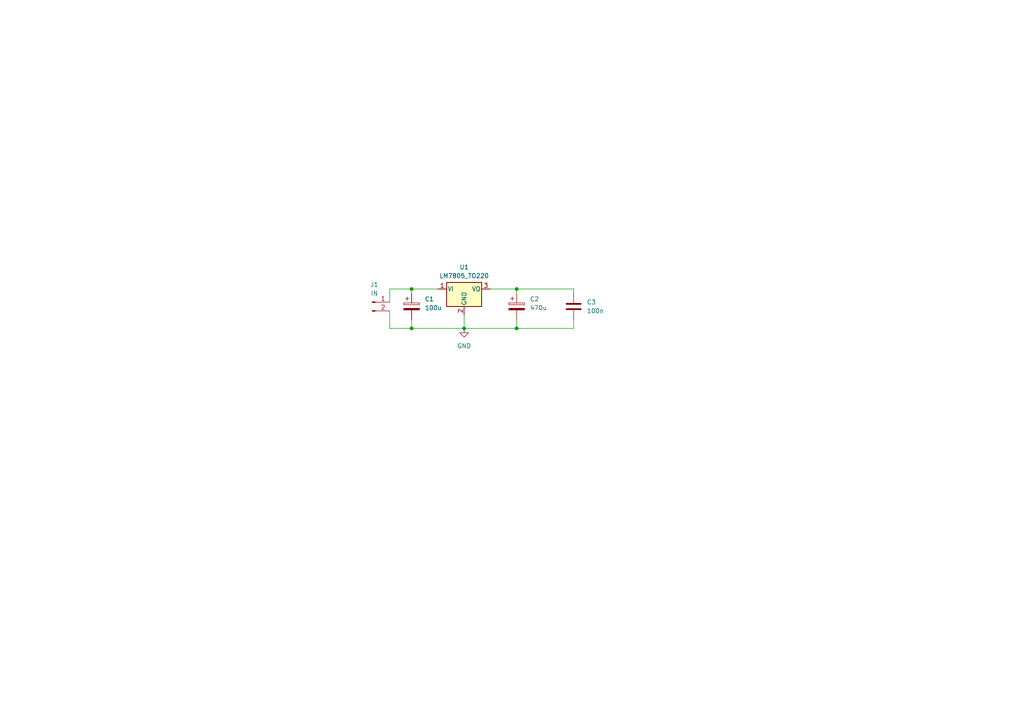
<source format=kicad_sch>
(kicad_sch (version 20231120) (generator "eeschema") (generator_version "8.0")
  (paper "A4")
  (lib_symbols
    (symbol "Connector:Conn_01x02_Pin" (pin_names (offset 1.016) hide)
      (property "Reference" "J" (at 0 2.54 0))
      (property "Value" "Conn_01x02_Pin" (at 0 -5.08 0))
      (symbol "Conn_01x02_Pin_1_1"
        (polyline (pts (xy 1.27 -2.54) (xy 0.8636 -2.54)) (stroke (width 0.1524)))
        (polyline (pts (xy 1.27 0) (xy 0.8636 0)) (stroke (width 0.1524)))
        (rectangle (start 0.8636 -2.413) (end 0 -2.667) (stroke (width 0.1524)) (fill (type outline)))
        (rectangle (start 0.8636 0.127) (end 0 -0.127) (stroke (width 0.1524)) (fill (type outline)))
        (pin passive line (at 5.08 0 180) (length 3.81) (name "Pin_1") (number "1"))
        (pin passive line (at 5.08 -2.54 180) (length 3.81) (name "Pin_2") (number "2"))
      )
    )
    (symbol "Device:C" (pin_numbers hide) (pin_names (offset 0.254))
      (property "Reference" "C" (at 0.635 2.54 0))
      (property "Value" "C" (at 0.635 -2.54 0))
      (symbol "C_0_1"
        (polyline (pts (xy -2.032 -0.762) (xy 2.032 -0.762)) (stroke (width 0.508)))
        (polyline (pts (xy -2.032 0.762) (xy 2.032 0.762)) (stroke (width 0.508)))
      )
      (symbol "C_1_1"
        (pin passive line (at 0 3.81 270) (length 2.794) (name "~") (number "1"))
        (pin passive line (at 0 -3.81 90) (length 2.794) (name "~") (number "2"))
      )
    )
    (symbol "Device:C_Polarized" (pin_numbers hide) (pin_names (offset 0.254))
      (property "Reference" "C" (at 0.635 2.54 0))
      (property "Value" "C_Polarized" (at 0.635 -2.54 0))
      (symbol "C_Polarized_0_1"
        (rectangle (start -2.286 0.508) (end 2.286 1.016))
        (polyline (pts (xy -1.778 2.286) (xy -0.762 2.286)))
        (polyline (pts (xy -1.27 2.794) (xy -1.27 1.778)))
        (rectangle (start 2.286 -0.508) (end -2.286 -1.016) (fill (type outline)))
      )
      (symbol "C_Polarized_1_1"
        (pin passive line (at 0 3.81 270) (length 2.794) (name "~") (number "1"))
        (pin passive line (at 0 -3.81 90) (length 2.794) (name "~") (number "2"))
      )
    )
    (symbol "Regulator_Linear:LM7805_TO220" (pin_names (offset 0.254))
      (property "Reference" "U" (at -3.81 3.175 0))
      (property "Value" "LM7805_TO220" (at 0 3.175 0))
      (symbol "LM7805_TO220_0_1"
        (rectangle (start -5.08 1.905) (end 5.08 -5.08) (stroke (width 0.254)) (fill (type background)))
      )
      (symbol "LM7805_TO220_1_1"
        (pin power_in line (at -7.62 0 0) (length 2.54) (name "VI") (number "1"))
        (pin power_in line (at 0 -7.62 90) (length 2.54) (name "GND") (number "2"))
        (pin power_out line (at 7.62 0 180) (length 2.54) (name "VO") (number "3"))
      )
    )
    (symbol "power:GND" (power) (pin_numbers hide) (pin_names (offset 0) hide)
      (property "Value" "GND" (at 0 -3.81 0))
      (symbol "GND_0_1"
        (polyline (pts (xy 0 0) (xy 0 -1.27) (xy 1.27 -1.27) (xy 0 -2.54) (xy -1.27 -1.27) (xy 0 -1.27)))
      )
      (symbol "GND_1_1"
        (pin power_in line (at 0 0 270) (length 0) (name "~") (number "1"))
      )
    )
  )
  (junction (at 134.62 95.25))
  (junction (at 119.38 95.25))
  (junction (at 149.86 83.82))
  (junction (at 149.86 95.25))
  (junction (at 119.38 83.82))
  (wire (pts (xy 149.86 95.25) (xy 166.37 95.25)))
  (wire (pts (xy 113.03 87.63) (xy 113.03 83.82)))
  (wire (pts (xy 142.24 83.82) (xy 149.86 83.82)))
  (wire (pts (xy 119.38 83.82) (xy 119.38 85.09)))
  (wire (pts (xy 166.37 83.82) (xy 149.86 83.82)))
  (wire (pts (xy 149.86 83.82) (xy 149.86 85.09)))
  (wire (pts (xy 166.37 85.09) (xy 166.37 83.82)))
  (wire (pts (xy 127 83.82) (xy 119.38 83.82)))
  (wire (pts (xy 119.38 95.25) (xy 134.62 95.25)))
  (wire (pts (xy 119.38 95.25) (xy 119.38 92.71)))
  (wire (pts (xy 113.03 83.82) (xy 119.38 83.82)))
  (wire (pts (xy 113.03 90.17) (xy 113.03 95.25)))
  (wire (pts (xy 134.62 91.44) (xy 134.62 95.25)))
  (wire (pts (xy 166.37 95.25) (xy 166.37 92.71)))
  (wire (pts (xy 134.62 95.25) (xy 149.86 95.25)))
  (wire (pts (xy 149.86 92.71) (xy 149.86 95.25)))
  (wire (pts (xy 113.03 95.25) (xy 119.38 95.25)))
  (symbol (lib_id "power:GND") (at 134.62 95.25 0) (unit 1)
    (property "Reference" "#PWR01" (effects (hide yes)))
    (property "Value" "GND" (at 134.62 100.33 0))
    (property "Description" "Power symbol creates a global label with name \"GND\" , ground" (effects (hide yes)))
  )
  (symbol (lib_id "Device:C") (at 166.37 88.9 0) (unit 1)
    (property "Reference" "C3" (at 170.18 87.6299 0) (effects (justify left)))
    (property "Value" "100n" (at 170.18 90.1699 0) (effects (justify left)))
    (property "Footprint" "Capacitor_THT:C_Disc_D4.3mm_W1.9mm_P5.00mm" (effects (hide yes)))
    (property "Description" "Unpolarized capacitor" (effects (hide yes)))
  )
  (symbol (lib_id "Connector:Conn_01x02_Pin") (at 107.95 87.63 0) (unit 1)
    (property "Reference" "J1" (at 108.585 82.55 0))
    (property "Value" "IN" (at 108.585 85.09 0))
    (property "Footprint" "Connector_PinHeader_2.54mm:PinHeader_1x02_P2.54mm_Vertical" (effects (hide yes)))
    (property "Description" "Generic connector, single row, 01x02, script generated" (effects (hide yes)))
  )
  (symbol (lib_id "Regulator_Linear:LM7805_TO220") (at 134.62 83.82 0) (unit 1)
    (property "Reference" "U1" (at 134.62 77.47 0))
    (property "Value" "LM7805_TO220" (at 134.62 80.01 0))
    (property "Footprint" "Package_TO_SOT_THT:TO-220-3_Vertical" (effects (hide yes)))
    (property "Datasheet" "https://www.onsemi.cn/PowerSolutions/document/MC7800-D.PDF" (effects (hide yes)))
    (property "Description" "Positive 1A 35V Linear Regulator, Fixed Output 5V, TO-220" (effects (hide yes)))
  )
  (symbol (lib_id "Device:C_Polarized") (at 119.38 88.9 0) (unit 1)
    (property "Reference" "C1" (at 123.19 86.7409 0) (effects (justify left)))
    (property "Value" "100u" (at 123.19 89.2809 0) (effects (justify left)))
    (property "Footprint" "Capacitor_THT:CP_Radial_D6.3mm_P2.50mm" (effects (hide yes)))
    (property "Description" "Polarized capacitor" (effects (hide yes)))
  )
  (symbol (lib_id "Device:C_Polarized") (at 149.86 88.9 0) (unit 1)
    (property "Reference" "C2" (at 153.67 86.7409 0) (effects (justify left)))
    (property "Value" "470u" (at 153.67 89.2809 0) (effects (justify left)))
    (property "Footprint" "Capacitor_THT:CP_Radial_D6.3mm_P2.50mm" (effects (hide yes)))
    (property "Description" "Polarized capacitor" (effects (hide yes)))
  )
)
</source>
